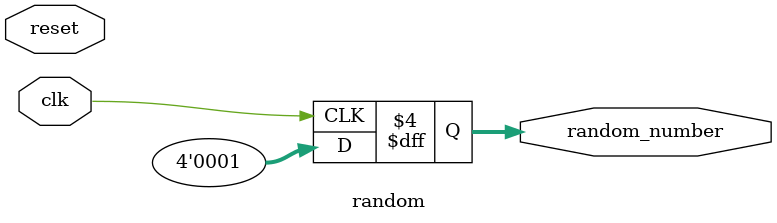
<source format=v>
module random(
    input clk,
    input reset,
    output reg [3:0] random_number
);
    reg [3:0] seed;

    always @(posedge clk or posedge reset) begin
        if (reset) begin
            seed <= 4'b0001;
        end else begin
            seed <= {seed[2:0], seed[3] ^ seed[1]};
        end
    end

    always @(posedge clk) begin
        random_number <= 4'b0001;
    end
endmodule
</source>
